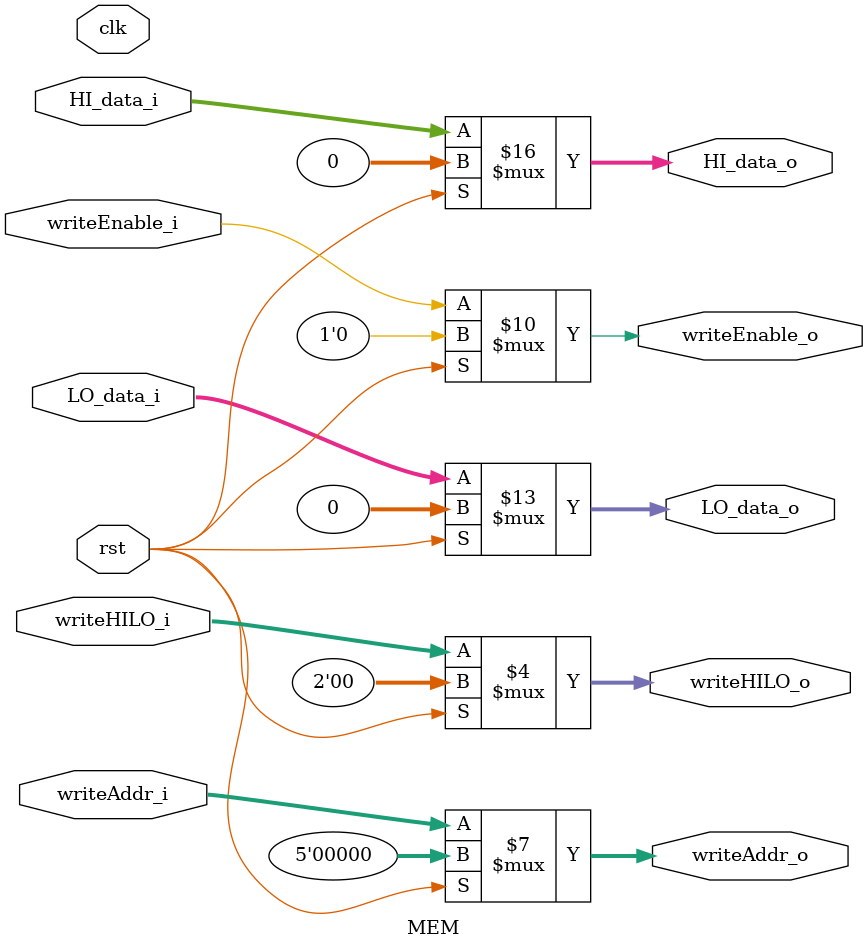
<source format=v>
module MEM(
    input wire clk,
    input wire rst,
    input wire [4:0] writeAddr_i,
    input wire writeEnable_i,
    input wire [1:0] writeHILO_i,
    input wire [31:0] HI_data_i,
    input wire [31:0] LO_data_i,
    
    output reg [4:0] writeAddr_o,
    output reg writeEnable_o,
    output reg [1:0] writeHILO_o,
    output reg [31:0] HI_data_o,
    output reg [31:0] LO_data_o
);

    always @ (*) begin
        if (rst == 1'b1) begin 
            HI_data_o <= 32'b0;
            LO_data_o <= 32'b0;
            writeEnable_o <= 1'b0;
            writeAddr_o <= 5'b0;
            writeHILO_o <= 2'b00;
        end else begin
            HI_data_o <= HI_data_i;
            LO_data_o <= LO_data_i;
            writeEnable_o <= writeEnable_i;
            writeAddr_o <= writeAddr_i;
            writeHILO_o <= writeHILO_i;
        end
    end
endmodule
</source>
